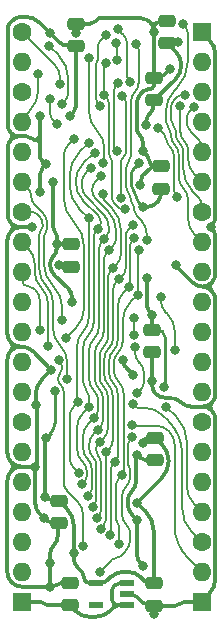
<source format=gbl>
%TF.GenerationSoftware,KiCad,Pcbnew,9.0.7*%
%TF.CreationDate,2026-01-29T17:43:02+02:00*%
%TF.ProjectId,HCP65 Device Interrupts,48435036-3520-4446-9576-69636520496e,V1*%
%TF.SameCoordinates,Original*%
%TF.FileFunction,Copper,L2,Bot*%
%TF.FilePolarity,Positive*%
%FSLAX46Y46*%
G04 Gerber Fmt 4.6, Leading zero omitted, Abs format (unit mm)*
G04 Created by KiCad (PCBNEW 9.0.7) date 2026-01-29 17:43:02*
%MOMM*%
%LPD*%
G01*
G04 APERTURE LIST*
G04 Aperture macros list*
%AMRoundRect*
0 Rectangle with rounded corners*
0 $1 Rounding radius*
0 $2 $3 $4 $5 $6 $7 $8 $9 X,Y pos of 4 corners*
0 Add a 4 corners polygon primitive as box body*
4,1,4,$2,$3,$4,$5,$6,$7,$8,$9,$2,$3,0*
0 Add four circle primitives for the rounded corners*
1,1,$1+$1,$2,$3*
1,1,$1+$1,$4,$5*
1,1,$1+$1,$6,$7*
1,1,$1+$1,$8,$9*
0 Add four rect primitives between the rounded corners*
20,1,$1+$1,$2,$3,$4,$5,0*
20,1,$1+$1,$4,$5,$6,$7,0*
20,1,$1+$1,$6,$7,$8,$9,0*
20,1,$1+$1,$8,$9,$2,$3,0*%
G04 Aperture macros list end*
%TA.AperFunction,ComponentPad*%
%ADD10C,1.600000*%
%TD*%
%TA.AperFunction,ComponentPad*%
%ADD11O,1.600000X1.600000*%
%TD*%
%TA.AperFunction,ComponentPad*%
%ADD12RoundRect,0.250000X-0.550000X-0.550000X0.550000X-0.550000X0.550000X0.550000X-0.550000X0.550000X0*%
%TD*%
%TA.AperFunction,ComponentPad*%
%ADD13R,1.600000X1.600000*%
%TD*%
%TA.AperFunction,SMDPad,CuDef*%
%ADD14R,1.150000X0.600000*%
%TD*%
%TA.AperFunction,SMDPad,CuDef*%
%ADD15RoundRect,0.250000X-0.475000X0.250000X-0.475000X-0.250000X0.475000X-0.250000X0.475000X0.250000X0*%
%TD*%
%TA.AperFunction,SMDPad,CuDef*%
%ADD16RoundRect,0.250000X0.475000X-0.250000X0.475000X0.250000X-0.475000X0.250000X-0.475000X-0.250000X0*%
%TD*%
%TA.AperFunction,ViaPad*%
%ADD17C,0.800000*%
%TD*%
%TA.AperFunction,Conductor*%
%ADD18C,0.380000*%
%TD*%
%TA.AperFunction,Conductor*%
%ADD19C,0.350000*%
%TD*%
%TA.AperFunction,Conductor*%
%ADD20C,0.280000*%
%TD*%
%TA.AperFunction,Conductor*%
%ADD21C,0.200000*%
%TD*%
G04 APERTURE END LIST*
D10*
%TO.P,J2,1*%
%TO.N,~{Interrupt}_{Device}4*%
X0Y0D03*
D11*
%TO.P,J2,2*%
%TO.N,~{Interrupt}_{Device}3*%
X0Y-2540000D03*
D10*
%TO.P,J2,3*%
%TO.N,~{Interrupt}_{Device}2*%
X0Y-5080000D03*
D11*
%TO.P,J2,4*%
%TO.N,~{Interrupt}_{Device}1*%
X0Y-7620000D03*
%TO.P,J2,5*%
%TO.N,3.3V*%
X0Y-10160000D03*
%TO.P,J2,6*%
%TO.N,~{Device Interrupt}_{ 1..7}*%
X0Y-12700000D03*
D10*
%TO.P,J2,7*%
%TO.N,~{Device Interrupt}_{ 16..19}*%
X0Y-15240000D03*
D11*
%TO.P,J2,8*%
%TO.N,~{Device Enable}_{ 1..7}*%
X0Y-17780000D03*
%TO.P,J2,9*%
%TO.N,~{RD}*%
X0Y-20320000D03*
%TO.P,J2,10*%
%TO.N,~{Device Enable}_{ 16..19}*%
X0Y-22860000D03*
%TO.P,J2,11*%
%TO.N,D0*%
X0Y-25400000D03*
%TO.P,J2,12*%
%TO.N,D1*%
X0Y-27940000D03*
%TO.P,J2,13*%
%TO.N,D2*%
X0Y-30480000D03*
D10*
%TO.P,J2,14*%
%TO.N,D3*%
X0Y-33020000D03*
D11*
%TO.P,J2,15*%
%TO.N,D4*%
X0Y-35560000D03*
%TO.P,J2,16*%
%TO.N,D5*%
X0Y-38100000D03*
%TO.P,J2,17*%
%TO.N,D6*%
X0Y-40640000D03*
%TO.P,J2,18*%
%TO.N,D7*%
X0Y-43180000D03*
%TO.P,J2,19*%
%TO.N,~{Enable}_{Device}19*%
X0Y-45720000D03*
D12*
%TO.P,J2,20*%
%TO.N,5V*%
X0Y-48260000D03*
D13*
%TO.P,J2,21*%
%TO.N,GND*%
X15240000Y-48260000D03*
D11*
%TO.P,J2,22*%
%TO.N,~{Enable}_{Device}18*%
X15240000Y-45720000D03*
D10*
%TO.P,J2,23*%
%TO.N,~{Enable}_{Device}17*%
X15240000Y-43180000D03*
D11*
%TO.P,J2,24*%
%TO.N,~{Enable}_{Device}16*%
X15240000Y-40640000D03*
%TO.P,J2,25*%
%TO.N,~{Enable}_{Device}7*%
X15240000Y-38100000D03*
%TO.P,J2,26*%
%TO.N,~{Enable}_{Device}6*%
X15240000Y-35560000D03*
D10*
%TO.P,J2,27*%
%TO.N,~{Enable}_{Device}5*%
X15240000Y-33020000D03*
D11*
%TO.P,J2,28*%
%TO.N,~{Enable}_{Device}4*%
X15240000Y-30480000D03*
%TO.P,J2,29*%
%TO.N,~{Enable}_{Device}3*%
X15240000Y-27940000D03*
%TO.P,J2,30*%
%TO.N,~{Enable}_{Device}2*%
X15240000Y-25400000D03*
%TO.P,J2,31*%
%TO.N,~{Enable}_{Device}1*%
X15240000Y-22860000D03*
%TO.P,J2,32*%
%TO.N,~{Interrupt}_{Device}19*%
X15240000Y-20320000D03*
%TO.P,J2,33*%
%TO.N,~{Interrupt}_{Device}18*%
X15240000Y-17780000D03*
D10*
%TO.P,J2,34*%
%TO.N,~{Interrupt}_{Device}17*%
X15240000Y-15240000D03*
D11*
%TO.P,J2,35*%
%TO.N,~{Interrupt}_{Device}16*%
X15240000Y-12700000D03*
%TO.P,J2,36*%
%TO.N,~{Interrupt}_{Device}7*%
X15240000Y-10160000D03*
%TO.P,J2,37*%
%TO.N,~{Interrupt}_{Device}6*%
X15240000Y-7620000D03*
%TO.P,J2,38*%
%TO.N,~{Interrupt}_{Device}5*%
X15240000Y-5080000D03*
%TO.P,J2,39*%
%TO.N,~{INT}*%
X15240000Y-2540000D03*
D13*
%TO.P,J2,40*%
%TO.N,GND*%
X15240000Y0D03*
%TD*%
D14*
%TO.P,IC11,1,6VIn*%
%TO.N,5V*%
X8920000Y-46675000D03*
%TO.P,IC11,2,GND*%
%TO.N,GND*%
X8920000Y-47625000D03*
%TO.P,IC11,3,EN*%
%TO.N,5V*%
X8920000Y-48575000D03*
%TO.P,IC11,4,ADJ*%
%TO.N,unconnected-(IC11-ADJ-Pad4)*%
X6320000Y-48575000D03*
%TO.P,IC11,5,3.3VOut*%
%TO.N,3.3V*%
X6320000Y-46675000D03*
%TD*%
D15*
%TO.P,C12,1*%
%TO.N,3.3V*%
X4572000Y680000D03*
%TO.P,C12,2*%
%TO.N,GND*%
X4572000Y-1220000D03*
%TD*%
%TO.P,C11,1*%
%TO.N,3.3V*%
X11049000Y-25228000D03*
%TO.P,C11,2*%
%TO.N,GND*%
X11049000Y-27128000D03*
%TD*%
%TO.P,C10,1*%
%TO.N,3.3V*%
X11176000Y-46691000D03*
%TO.P,C10,2*%
%TO.N,GND*%
X11176000Y-48591000D03*
%TD*%
%TO.P,C7,1*%
%TO.N,3.3V*%
X4191000Y-17989000D03*
%TO.P,C7,2*%
%TO.N,GND*%
X4191000Y-19889000D03*
%TD*%
%TO.P,C6,1*%
%TO.N,3.3V*%
X11176000Y-3892000D03*
%TO.P,C6,2*%
%TO.N,GND*%
X11176000Y-5792000D03*
%TD*%
%TO.P,C5,1*%
%TO.N,3.3V*%
X3175000Y-39706000D03*
%TO.P,C5,2*%
%TO.N,GND*%
X3175000Y-41606000D03*
%TD*%
%TO.P,C4,1*%
%TO.N,3.3V*%
X12319000Y934000D03*
%TO.P,C4,2*%
%TO.N,GND*%
X12319000Y-966000D03*
%TD*%
%TO.P,C3,1*%
%TO.N,3.3V*%
X11811000Y-11385000D03*
%TO.P,C3,2*%
%TO.N,GND*%
X11811000Y-13285000D03*
%TD*%
%TO.P,C2,1*%
%TO.N,3.3V*%
X11303000Y-34372000D03*
%TO.P,C2,2*%
%TO.N,GND*%
X11303000Y-36272000D03*
%TD*%
D16*
%TO.P,C9,2*%
%TO.N,GND*%
X4064000Y-46659000D03*
%TO.P,C9,1*%
%TO.N,5V*%
X4064000Y-48559000D03*
%TD*%
D17*
%TO.N,~{Interrupt}_{Device}6*%
X13172609Y-13964266D03*
%TO.N,3.3V*%
X12065002Y-30099000D03*
X4262211Y-22860000D03*
X11049000Y-24003000D03*
X2089233Y-34390067D03*
X2667000Y-12744000D03*
X4417000Y-44183000D03*
X4572000Y-120000D03*
X2022340Y-39379660D03*
X10262143Y-34833999D03*
X10040769Y-12972282D03*
X10257508Y-10130497D03*
X12573000Y-3175000D03*
X10650318Y-20818424D03*
X2966000Y-17989000D03*
X11176000Y0D03*
X2809671Y-30448701D03*
X9779000Y-39878000D03*
%TO.N,GND*%
X11069382Y-29603512D03*
X2413000Y-45008000D03*
X11176000Y-49275994D03*
X4138074Y-7116017D03*
X1524000Y-7112006D03*
X9451550Y-29059232D03*
X13275502Y-839000D03*
X10287004Y-45212000D03*
X2412996Y-127000D03*
X9779000Y-41334000D03*
X8596623Y-27792836D03*
X2528000Y-28631045D03*
X10287000Y-14816000D03*
X3195965Y-19746726D03*
X1578117Y-13613120D03*
X2032000Y-11244000D03*
X9786000Y-35854041D03*
X2413022Y-46990006D03*
X10526219Y-7910217D03*
X1139997Y-36826997D03*
X13068642Y-19758642D03*
X16001996Y-16509996D03*
X1865622Y-41162839D03*
X9974000Y-11099000D03*
X1181468Y-31585171D03*
X889000Y-16510000D03*
%TO.N,D0*%
X5698808Y-15805075D03*
X5715000Y-9398002D03*
X4835259Y-37373308D03*
X4790521Y-31359410D03*
%TO.N,D2*%
X7000642Y-17554976D03*
X5598644Y-39308367D03*
X5889108Y-11508362D03*
X6124672Y-32708378D03*
%TO.N,~{Interrupt}_{Device}7*%
X14605000Y-6350000D03*
%TO.N,D7*%
X9932000Y-18454000D03*
X8477105Y-37505762D03*
X8242067Y-43356066D03*
X9849824Y-22280844D03*
%TO.N,D3*%
X6436261Y-33741261D03*
X7388794Y-18504000D03*
X6731000Y-12215603D03*
X6005506Y-40221860D03*
%TO.N,D5*%
X9398000Y-16383000D03*
X7188971Y-35552004D03*
X6686531Y-42099912D03*
X8267000Y-20955000D03*
%TO.N,D4*%
X6390971Y-41144585D03*
X6631044Y-34722110D03*
X7747000Y-19984012D03*
X6870000Y-13716000D03*
%TO.N,~{Interrupt}_{Device}19*%
X9652000Y-1012213D03*
X10577998Y-17653000D03*
%TO.N,D6*%
X7517613Y-42656066D03*
X9074687Y-21649047D03*
X7880993Y-36449000D03*
X9532000Y-17466332D03*
%TO.N,~{Interrupt}_{Device}18*%
X13643818Y644548D03*
%TO.N,~{Interrupt}_{Device}4*%
X8382000Y-14097000D03*
X3236980Y-4430000D03*
X8509000Y-5461000D03*
%TO.N,~{Interrupt}_{Device}3*%
X5711591Y-2250693D03*
X6870000Y-11133722D03*
%TO.N,~{Interrupt}_{Device}1*%
X1397000Y-3556000D03*
%TO.N,~{Interrupt}_{Device}2*%
X8174244Y-4340000D03*
X8109000Y-10130497D03*
%TO.N,~{Interrupt}_{Device}5*%
X7132049Y-2676168D03*
X6985000Y-5334000D03*
X8775000Y-15043515D03*
%TO.N,D1*%
X5112549Y-38341830D03*
X5682533Y-31811429D03*
X6223002Y-10286996D03*
X6430500Y-16717500D03*
%TO.N,/~{Read Device Interrupt}_{ 16..19}*%
X12954000Y-26924000D03*
X11822436Y-22429780D03*
%TO.N,~{Interrupt}_{Device}6*%
X2413000Y-5715000D03*
X2999094Y-7855000D03*
X11521874Y-8128000D03*
%TO.N,~{Interrupt}_{Device}17*%
X13839997Y-5334000D03*
%TO.N,~{Interrupt}_{Device}16*%
X13445831Y-6283831D03*
%TO.N,~{RD}*%
X1524000Y-25273000D03*
%TO.N,~{Device Enable}_{ 16..19}*%
X9510082Y-25689122D03*
X9524988Y-24270000D03*
%TO.N,~{Device Enable}_{ 1..7}*%
X2249228Y-26579772D03*
%TO.N,~{Device Interrupt}_{ 16..19}*%
X3873711Y-29445000D03*
%TO.N,~{Enable}_{Device}17*%
X9398097Y-31567000D03*
%TO.N,/~{Read Device Enable}_{ 16..19}*%
X9796033Y-30595325D03*
X9596667Y-26685369D03*
%TO.N,~{Enable}_{Device}18*%
X9386000Y-33274181D03*
%TO.N,~{Enable}_{Device}19*%
X9386000Y-34295637D03*
X6604000Y-45733000D03*
%TO.N,~{Enable}_{Device}16*%
X12246635Y-31770724D03*
%TO.N,/~{Read Device Interrupt}_{ 1..7}*%
X4414000Y-9113000D03*
X3766871Y-25951129D03*
%TO.N,/~{Read Device Enable}_{ 1..7}*%
X5207004Y-43561000D03*
X3129830Y-27827057D03*
%TO.N,Net-(IC2-2Y)*%
X2337636Y-1218364D03*
X3429000Y-6096000D03*
%TO.N,Net-(IC2-3Y)*%
X6672297Y-6336359D03*
X7112000Y-254000D03*
%TO.N,Net-(IC2-1Y)*%
X9200246Y-4238761D03*
X8135169Y246831D03*
%TO.N,~{INT}*%
X8096587Y-2412213D03*
X8001000Y-948000D03*
%TO.N,~{Device Interrupt}_{ 1..7}*%
X3429000Y-24384000D03*
%TD*%
D18*
%TO.N,5V*%
X4549500Y-49044500D02*
G75*
G03*
X5721600Y-49530000I1172100J1172100D01*
G01*
X7620000Y-47986048D02*
G75*
G03*
X7792499Y-48402501I588950J-2D01*
G01*
D19*
X1882500Y-48409500D02*
G75*
G03*
X2243424Y-48558990I360900J360900D01*
G01*
D18*
X7792500Y-48747500D02*
G75*
G03*
X7792500Y-48402500I-172500J172500D01*
G01*
X8208951Y-48575000D02*
G75*
G03*
X7792485Y-48747485I-51J-588900D01*
G01*
X7792500Y-48402500D02*
G75*
G03*
X8208951Y-48575020I416500J416500D01*
G01*
D19*
X1882500Y-48409500D02*
G75*
G03*
X1521575Y-48260002I-360920J-360920D01*
G01*
D18*
X8360551Y-46675000D02*
G75*
G03*
X7836887Y-46891887I-51J-740500D01*
G01*
X7836902Y-46891902D02*
G75*
G03*
X7620021Y-47415551I523598J-523598D01*
G01*
X4549500Y-49044500D02*
G75*
G03*
X3377399Y-48559000I-1172100J-1172100D01*
G01*
X7487500Y-49052500D02*
G75*
G02*
X6334713Y-49530005I-1152800J1152800D01*
G01*
D19*
%TO.N,GND*%
X16415000Y-46254149D02*
G75*
G02*
X15827502Y-47672502I-2005860J-1D01*
G01*
X9332823Y-38927176D02*
G75*
G03*
X8984019Y-39769310I842177J-842124D01*
G01*
X16415000Y-15804954D02*
G75*
G02*
X16208483Y-16303479I-705100J54D01*
G01*
X16415000Y-30665987D02*
G75*
G02*
X16097504Y-31432504I-1084000J-13D01*
G01*
X2087202Y-41384419D02*
G75*
G03*
X2622145Y-41606001I534948J534949D01*
G01*
X-880900Y-26992100D02*
G75*
G03*
X-880900Y-26347900I-322097J322100D01*
G01*
X-103281Y-26670000D02*
G75*
G03*
X-880900Y-26992100I0J-1099721D01*
G01*
X-880900Y-26347900D02*
G75*
G03*
X-103281Y-26670000I777624J777632D01*
G01*
X-864807Y-16866807D02*
G75*
G03*
X-864807Y-16246423I-310192J310192D01*
G01*
X-115936Y-16556615D02*
G75*
G03*
X-864807Y-16866807I-1J-1059062D01*
G01*
X-864807Y-16246422D02*
G75*
G03*
X-115936Y-16556615I748873J748875D01*
G01*
X1206500Y-9144000D02*
G75*
G03*
X1524000Y-8826500I0J317500D01*
G01*
X1524000Y-9461500D02*
G75*
G03*
X1206500Y-9144000I-317500J0D01*
G01*
X8596623Y-27998570D02*
G75*
G03*
X8742086Y-28349794I496677J-30D01*
G01*
X865692Y-16533307D02*
G75*
G02*
X809423Y-16556620I-56292J56307D01*
G01*
X13068642Y-19784492D02*
G75*
G03*
X13086928Y-19828615I62358J-8D01*
G01*
X11049000Y-29568717D02*
G75*
G03*
X11059199Y-29593313I34800J17D01*
G01*
X9994979Y-36063020D02*
G75*
G03*
X10499500Y-36272000I504521J504520D01*
G01*
X-855500Y-37174497D02*
G75*
G03*
X-1203000Y-38013436I838944J-838941D01*
G01*
X2996371Y-46837628D02*
G75*
G02*
X2628514Y-46990018I-367871J367828D01*
G01*
X3129112Y-843112D02*
G75*
G03*
X4039000Y-1219993I909888J909912D01*
G01*
X11176000Y-6198000D02*
G75*
G02*
X10888921Y-6891092I-980200J0D01*
G01*
X9681647Y-38085042D02*
G75*
G02*
X9332824Y-38927177I-1190967J2D01*
G01*
X748675Y-9003675D02*
G75*
G03*
X409900Y-8863350I-338775J-338775D01*
G01*
X1524000Y-10376789D02*
G75*
G03*
X1778000Y-10990000I867210J-1D01*
G01*
X14530206Y-21271907D02*
G75*
G03*
X15298149Y-21590046I767994J767907D01*
G01*
X13525000Y-2844363D02*
G75*
G02*
X13049568Y-3992160I-1623240J3D01*
G01*
X-878807Y-16880807D02*
G75*
G03*
X-1203000Y-17663477I782680J-782675D01*
G01*
X8984000Y-39976850D02*
G75*
G03*
X9381502Y-40936498I1357140J0D01*
G01*
D20*
X9622500Y-11450500D02*
G75*
G03*
X9270998Y-12299096I848600J-848600D01*
G01*
D19*
X1175000Y-39983873D02*
G75*
G03*
X1520312Y-40817527I1178970J3D01*
G01*
X-855500Y-37174497D02*
G75*
G03*
X-855500Y-36479497I-347497J347500D01*
G01*
X-16560Y-36826997D02*
G75*
G03*
X-855500Y-37174497I-1J-1186438D01*
G01*
X-855500Y-36479497D02*
G75*
G03*
X-16560Y-36826997I838943J838949D01*
G01*
X1531734Y754261D02*
G75*
G03*
X286631Y1269998I-1245104J-1245111D01*
G01*
X964969Y-27068014D02*
G75*
G03*
X4077Y-26670000I-960889J-960886D01*
G01*
X-1175000Y-7896017D02*
G75*
G03*
X-891675Y-8580025I967339J2D01*
G01*
X3267102Y-19817863D02*
G75*
G03*
X3438841Y-19888964I171698J171763D01*
G01*
X-844847Y-46631853D02*
G75*
G03*
X19809Y-46990006I864657J864657D01*
G01*
X15330987Y-31750000D02*
G75*
G03*
X16097504Y-31432504I13J1084000D01*
G01*
X16097500Y-32067500D02*
G75*
G03*
X15330987Y-31750005I-766500J-766500D01*
G01*
X16097500Y-31432500D02*
G75*
G03*
X16097500Y-32067500I317500J-317500D01*
G01*
X2413011Y-45008011D02*
X2413010Y-45008012D01*
X2413009Y-45008013D01*
X2413008Y-45008013D01*
X-1203000Y-25570281D02*
G75*
G03*
X-880900Y-26347900I1099732J5D01*
G01*
X16081500Y-21923500D02*
G75*
G02*
X16414983Y-22728640I-805100J-805100D01*
G01*
X4572000Y-1753000D02*
G75*
G03*
X4039000Y-1220000I-533000J0D01*
G01*
X2730502Y-43497498D02*
G75*
G03*
X2413005Y-44264015I766498J-766502D01*
G01*
X-1175000Y-15497551D02*
G75*
G03*
X-864807Y-16246422I1059068J2D01*
G01*
X11176000Y-48933497D02*
G75*
G03*
X10833500Y-48591000I-342500J-3D01*
G01*
X1222850Y-31626553D02*
G75*
G02*
X1264249Y-31726459I-99950J-99947D01*
G01*
X-1157242Y402731D02*
G75*
G03*
X-1170544Y330144I593756J-146322D01*
G01*
X15827500Y-587499D02*
G75*
G02*
X16415021Y-2005850I-1418400J-1418401D01*
G01*
X9779000Y-44344782D02*
G75*
G03*
X10032997Y-44958003I867200J-18D01*
G01*
D20*
X9694984Y-13948500D02*
G75*
G03*
X9889772Y-14418788I665116J0D01*
G01*
D19*
X748675Y-9003675D02*
G75*
G03*
X1087449Y-9144000I338775J338775D01*
G01*
X4572000Y-6375258D02*
G75*
G02*
X4355038Y-6899055I-740760J-2D01*
G01*
X9738899Y-47838899D02*
G75*
G03*
X9222500Y-47625000I-516399J-516401D01*
G01*
X16208498Y-16716498D02*
G75*
G02*
X16414985Y-17215037I-498498J-498502D01*
G01*
X-1170544Y330144D02*
G75*
G03*
X-1175000Y256482I607172J-73695D01*
G01*
X1264233Y-36614912D02*
G75*
G02*
X1202119Y-36764883I-212133J12D01*
G01*
D20*
X9500187Y-13478219D02*
G75*
G02*
X9694982Y-13948500I-470287J-470281D01*
G01*
D19*
X27166Y1270000D02*
G75*
G03*
X-775004Y937731I4J-1134450D01*
G01*
X13465862Y-31372862D02*
G75*
G03*
X14376353Y-31750041I910538J910462D01*
G01*
X-891675Y-9146675D02*
G75*
G03*
X-1175000Y-9830682I684009J-684008D01*
G01*
X-1020382Y692351D02*
G75*
G03*
X-1136681Y486150I311698J-311698D01*
G01*
X13398500Y-48450500D02*
G75*
G02*
X12938592Y-48640997I-459900J459900D01*
G01*
X-891675Y-9146675D02*
G75*
G03*
X-891675Y-8580025I-283322J283325D01*
G01*
X-207667Y-8863350D02*
G75*
G03*
X-891675Y-9146675I-3J-967328D01*
G01*
X-891675Y-8580025D02*
G75*
G03*
X-207667Y-8863350I684010J684014D01*
G01*
X13465862Y-31372862D02*
G75*
G03*
X12555370Y-30995729I-910462J-910438D01*
G01*
X15298149Y-21590000D02*
G75*
G03*
X16066060Y-21271875I-49J1086000D01*
G01*
X16066092Y-21908092D02*
G75*
G03*
X15298149Y-21589955I-767992J-767908D01*
G01*
X16066092Y-21271907D02*
G75*
G03*
X16066091Y-21908092I318108J-318093D01*
G01*
X10758304Y-7021695D02*
G75*
G03*
X10526215Y-7581999I560296J-560305D01*
G01*
X9733823Y-35906217D02*
G75*
G03*
X9681637Y-36032182I125977J-125983D01*
G01*
X11811000Y-13691000D02*
G75*
G02*
X11523921Y-14384092I-980200J0D01*
G01*
X16415000Y-20451359D02*
G75*
G02*
X16081500Y-21256500I-1138640J-1D01*
G01*
X11069382Y-29988447D02*
G75*
G03*
X11341572Y-30645572I929308J-3D01*
G01*
X16097500Y-32067500D02*
G75*
G02*
X16414995Y-32834012I-766500J-766500D01*
G01*
X11380553Y-30684553D02*
G75*
G03*
X12131786Y-30995728I751247J751253D01*
G01*
D20*
X9271000Y-12949230D02*
G75*
G03*
X9483004Y-13461012I723800J30D01*
G01*
D19*
X3409052Y-46659000D02*
G75*
G03*
X3009499Y-46824499I-2J-565050D01*
G01*
X11376610Y-14531389D02*
G75*
G02*
X10689500Y-14816005I-687110J687089D01*
G01*
X1749838Y-29409206D02*
G75*
G03*
X1181468Y-30781374I1372162J-1372164D01*
G01*
X13049567Y-1696567D02*
G75*
G02*
X13525034Y-2844363I-1147767J-1147833D01*
G01*
X-1203000Y-45767196D02*
G75*
G03*
X-844847Y-46631853I1222810J0D01*
G01*
X10248815Y-48348815D02*
G75*
G03*
X10833500Y-48590991I584685J584715D01*
G01*
X1157498Y-36844498D02*
G75*
G02*
X1175021Y-36886750I-42298J-42302D01*
G01*
X-1203000Y-35640557D02*
G75*
G03*
X-855500Y-36479497I1186449J3D01*
G01*
X-880900Y-26992100D02*
G75*
G03*
X-1203000Y-27769718I777628J-777622D01*
G01*
X13858407Y-48260000D02*
G75*
G03*
X13398498Y-48450498I-7J-650400D01*
G01*
X3048004Y-42730980D02*
G75*
G02*
X2730500Y-43497496I-1084034J10D01*
G01*
X1805058Y-11470941D02*
G75*
G03*
X1578113Y-12018826I547882J-547889D01*
G01*
X1524000Y-8826500D02*
X1524000Y-9461500D01*
%TO.N,3.3V*%
X3988703Y-21812896D02*
G75*
G02*
X4262210Y-22473202I-660303J-660304D01*
G01*
D18*
X5100914Y-45725414D02*
G75*
G02*
X5286041Y-46172250I-446814J-446886D01*
G01*
X8676286Y-45720000D02*
G75*
G03*
X7523504Y-46197504I14J-1630300D01*
G01*
D19*
X10731500Y-4882095D02*
G75*
G03*
X10285250Y-5066933I0J-631105D01*
G01*
D18*
X4417000Y-44612250D02*
G75*
G03*
X4720527Y-45345023I1036290J0D01*
G01*
D19*
X10650318Y-23322407D02*
G75*
G03*
X10849665Y-23803653I680582J7D01*
G01*
X11049000Y-24869500D02*
G75*
G03*
X11407500Y-25228000I358500J0D01*
G01*
D20*
X11940000Y-25402000D02*
G75*
G02*
X12114011Y-25822073I-420100J-420100D01*
G01*
D18*
X10105500Y-46205500D02*
G75*
G03*
X8933399Y-45720000I-1172100J-1172100D01*
G01*
X10865978Y818020D02*
G75*
G03*
X10117522Y1128067I-748478J-748420D01*
G01*
D19*
X11516000Y-3892000D02*
G75*
G03*
X11176000Y-4232000I0J-340000D01*
G01*
X11176000Y-3552000D02*
G75*
G03*
X11516000Y-3892000I340000J0D01*
G01*
D18*
X5286000Y-46263587D02*
G75*
G03*
X5406496Y-46554504I411400J-13D01*
G01*
D20*
X2813537Y-33153602D02*
G75*
G02*
X2451386Y-34027916I-1236477J2D01*
G01*
X2811604Y-30450634D02*
G75*
G02*
X2813526Y-30455300I-4704J-4666D01*
G01*
D19*
X10944499Y-11534499D02*
G75*
G03*
X10944499Y-11235501I-149499J149499D01*
G01*
X11305424Y-11385000D02*
G75*
G03*
X10944493Y-11534493I-24J-510400D01*
G01*
X10944500Y-11235500D02*
G75*
G03*
X11305424Y-11384990I360900J360900D01*
G01*
X11084452Y-4790547D02*
G75*
G02*
X10863437Y-4882111I-221052J221047D01*
G01*
X12096416Y-3651583D02*
G75*
G02*
X11516000Y-3892009I-580416J580383D01*
G01*
X10004363Y-8766925D02*
G75*
G02*
X10257523Y-9378070I-611163J-611175D01*
G01*
X2689499Y-19027499D02*
G75*
G03*
X2413011Y-19695030I667501J-667501D01*
G01*
X2667000Y-16552575D02*
G75*
G03*
X2816499Y-16913501I510420J-5D01*
G01*
X2413000Y-19770596D02*
G75*
G03*
X2742932Y-20567127I1126460J-4D01*
G01*
X10110657Y-5241533D02*
G75*
G03*
X9751209Y-6109293I867743J-867767D01*
G01*
D20*
X11940000Y-25402000D02*
G75*
G03*
X11519926Y-25227989I-420100J-420100D01*
G01*
D19*
X2055786Y-34423513D02*
G75*
G03*
X2022302Y-34504260I80714J-80787D01*
G01*
X12446000Y-36363000D02*
G75*
G02*
X11846383Y-37810636I-2047300J0D01*
G01*
D18*
X10384171Y-46484171D02*
G75*
G03*
X10883500Y-46690988I499329J499371D01*
G01*
X11176000Y254000D02*
G75*
G03*
X10996392Y687603I-613200J0D01*
G01*
X11355605Y687605D02*
G75*
G03*
X11175997Y254000I433595J-433605D01*
G01*
X10996394Y687605D02*
G75*
G03*
X11355605Y687604I179606J179606D01*
G01*
X11903227Y934000D02*
G75*
G03*
X11388992Y721008I-27J-727200D01*
G01*
D19*
X10313811Y-34636187D02*
G75*
G03*
X10262175Y-34760928I124789J-124713D01*
G01*
D18*
X7302679Y-46418320D02*
G75*
G02*
X6683000Y-46674987I-619679J619720D01*
G01*
D20*
X12114000Y-30015355D02*
G75*
G02*
X12089485Y-30074485I-83700J55D01*
G01*
D19*
X2816500Y-16913500D02*
G75*
G02*
X2965990Y-17274424I-360900J-360900D01*
G01*
X10229584Y-12249415D02*
G75*
G03*
X10040730Y-12705256I455816J-455885D01*
G01*
X10647210Y-10520199D02*
G75*
G02*
X10794999Y-10876994I-356810J-356801D01*
G01*
X4972000Y680000D02*
G75*
G03*
X4572000Y280000I0J-400000D01*
G01*
X2966000Y-18370000D02*
G75*
G02*
X2696589Y-19020404I-919800J0D01*
G01*
X9751219Y-8155780D02*
G75*
G03*
X10004355Y-8766933I864281J-20D01*
G01*
X6281084Y875915D02*
G75*
G02*
X5808102Y679999I-472984J472985D01*
G01*
D20*
X2185510Y-39542830D02*
G75*
G03*
X2579437Y-39706001I393930J393930D01*
G01*
D18*
X3796000Y-40327000D02*
G75*
G02*
X4417001Y-41826226I-1499230J-1499230D01*
G01*
D19*
X10477500Y-40576500D02*
G75*
G02*
X11175988Y-42262828I-1686300J-1686300D01*
G01*
X10801344Y-34372000D02*
G75*
G03*
X10420050Y-34529907I-44J-539200D01*
G01*
D18*
X5406500Y-46554500D02*
G75*
G03*
X5697412Y-46674995I290900J290900D01*
G01*
D19*
X10795000Y-10876994D02*
G75*
G03*
X10942783Y-11233795I504600J-6D01*
G01*
X11176000Y-4569532D02*
G75*
G02*
X11084444Y-4790539I-312600J32D01*
G01*
D18*
X6572958Y1128042D02*
G75*
G03*
X6505129Y1099912I42J-95942D01*
G01*
D19*
X11874500Y-34943500D02*
G75*
G02*
X12445990Y-36323223I-1379700J-1379700D01*
G01*
D18*
X6505105Y1099936D02*
X6448894Y1043725D01*
D19*
X11176000Y-4232000D02*
X11176000Y-3552000D01*
D21*
%TO.N,~{INT}*%
X8048793Y-995793D02*
G75*
G02*
X8096600Y-1111177I-115393J-115407D01*
G01*
%TO.N,Net-(IC2-1Y)*%
X8952000Y-3814978D02*
G75*
G03*
X9076109Y-4114652I423800J-22D01*
G01*
X8543584Y-161584D02*
G75*
G02*
X8952015Y-1147586I-985984J-986016D01*
G01*
%TO.N,Net-(IC2-3Y)*%
X6355042Y-2588925D02*
G75*
G03*
X6266281Y-2803237I214258J-214275D01*
G01*
X6777906Y-588093D02*
G75*
G03*
X6443795Y-1394666I806594J-806607D01*
G01*
X6266271Y-5643229D02*
G75*
G03*
X6469284Y-6133346I693129J-1D01*
G01*
X6443813Y-2374612D02*
G75*
G02*
X6355042Y-2588925I-303113J12D01*
G01*
%TO.N,Net-(IC2-2Y)*%
X3937000Y-5228789D02*
G75*
G02*
X3683002Y-5842002I-867220J-1D01*
G01*
X3137318Y-2018046D02*
G75*
G02*
X3936999Y-3948649I-1930608J-1930604D01*
G01*
%TO.N,/~{Read Device Enable}_{ 1..7}*%
X4197550Y-39218806D02*
G75*
G02*
X4199975Y-39224719I-5950J-5894D01*
G01*
X3302000Y-29880369D02*
G75*
G02*
X3556018Y-30493579I-613200J-613231D01*
G01*
X4200000Y-39224719D02*
G75*
G03*
X4202451Y-39230630I8400J19D01*
G01*
X3048000Y-29399037D02*
G75*
G03*
X3208747Y-29787116I548820J-3D01*
G01*
X3208747Y-29010958D02*
G75*
G03*
X3048018Y-29399037I388053J-388042D01*
G01*
X3279415Y-27976642D02*
G75*
G02*
X3429024Y-28337772I-361115J-361158D01*
G01*
X3429000Y-28521298D02*
G75*
G02*
X3238499Y-28981205I-650400J-2D01*
G01*
X3556000Y-38121879D02*
G75*
G03*
X3877999Y-38899257I1099380J-1D01*
G01*
X4703502Y-39731685D02*
G75*
G02*
X5207006Y-40947246I-1215562J-1215565D01*
G01*
%TO.N,/~{Read Device Interrupt}_{ 1..7}*%
X5296000Y-23340742D02*
G75*
G02*
X4531435Y-25186564I-2610390J2D01*
G01*
X3556000Y-14009634D02*
G75*
G03*
X4425998Y-16110002I2970360J-6D01*
G01*
X3985000Y-9542000D02*
G75*
G03*
X3555999Y-10577697I1035700J-1035700D01*
G01*
X4426000Y-16110000D02*
G75*
G02*
X5296002Y-18210365I-2100370J-2100370D01*
G01*
%TO.N,~{Enable}_{Device}16*%
X13117817Y-32641906D02*
G75*
G02*
X13988982Y-34745127I-2103217J-2103194D01*
G01*
X13989000Y-38504409D02*
G75*
G03*
X14614503Y-40014497I2135600J9D01*
G01*
%TO.N,~{Enable}_{Device}19*%
X9106552Y-36841906D02*
G75*
G02*
X9177073Y-37012235I-170352J-170294D01*
G01*
X9036000Y-36671577D02*
G75*
G03*
X9106537Y-36841921I240900J-23D01*
G01*
X8007500Y-44556666D02*
G75*
G03*
X7619702Y-44717295I0J-548434D01*
G01*
X8509000Y-40907025D02*
G75*
G03*
X8859002Y-41751998I1194980J5D01*
G01*
X9209000Y-42893373D02*
G75*
G02*
X8721831Y-44069497I-1663290J3D01*
G01*
X8843052Y-38527947D02*
G75*
G03*
X8509007Y-39334421I806448J-806453D01*
G01*
X9211000Y-34470637D02*
G75*
G03*
X9036021Y-34893124I422500J-422463D01*
G01*
X8859000Y-41752000D02*
G75*
G02*
X9209010Y-42596974I-845000J-845000D01*
G01*
X9177105Y-37721473D02*
G75*
G02*
X8843053Y-38527948I-1140535J3D01*
G01*
X8395296Y-44396035D02*
G75*
G02*
X8007500Y-44556654I-387796J387835D01*
G01*
%TO.N,~{Enable}_{Device}18*%
X12485248Y-33821248D02*
G75*
G03*
X11353582Y-33352505I-1131648J-1131652D01*
G01*
X12485248Y-33821248D02*
G75*
G02*
X12953995Y-34952914I-1131648J-1131652D01*
G01*
X12954000Y-41817553D02*
G75*
G03*
X14097001Y-44576999I3902450J3D01*
G01*
X9425158Y-33313339D02*
G75*
G03*
X9519693Y-33352500I94542J94539D01*
G01*
%TO.N,/~{Read Device Enable}_{ 16..19}*%
X10369382Y-29616557D02*
G75*
G02*
X10082705Y-30308648I-978772J7D01*
G01*
X9983024Y-28017024D02*
G75*
G02*
X10369408Y-28949774I-932724J-932776D01*
G01*
X9596667Y-27158018D02*
G75*
G03*
X9930898Y-27964862I1141033J18D01*
G01*
%TO.N,~{Enable}_{Device}17*%
X11901420Y-32446577D02*
G75*
G03*
X10515467Y-31872511I-1385920J-1385923D01*
G01*
X13589000Y-40361566D02*
G75*
G03*
X14414499Y-42354501I2818430J-4D01*
G01*
X9550845Y-31719748D02*
G75*
G03*
X9919613Y-31872493I368755J368748D01*
G01*
X12458170Y-33003327D02*
G75*
G02*
X13589004Y-35733392I-2730070J-2730073D01*
G01*
%TO.N,~{Device Interrupt}_{ 16..19}*%
X3261469Y-26565758D02*
G75*
G02*
X3873711Y-28043840I-1478079J-1478082D01*
G01*
X1454685Y-15563315D02*
G75*
G03*
X674133Y-15240003I-780545J-780545D01*
G01*
X1639000Y-16820661D02*
G75*
G03*
X1500033Y-17156236I335600J-335539D01*
G01*
X2649228Y-25087676D02*
G75*
G03*
X3261468Y-26565759I2090322J-4D01*
G01*
X1778000Y-16485085D02*
G75*
G02*
X1638998Y-16820659I-474580J5D01*
G01*
X1496914Y-15605544D02*
G75*
G02*
X1777998Y-16284145I-678594J-678596D01*
G01*
X2074614Y-21505614D02*
G75*
G02*
X2649231Y-22892854I-1387244J-1387246D01*
G01*
X1500000Y-20118373D02*
G75*
G03*
X2074617Y-21505611I1961850J3D01*
G01*
%TO.N,~{Device Enable}_{ 1..7}*%
X1674614Y-21671300D02*
G75*
G02*
X2249226Y-23058540I-1387244J-1387240D01*
G01*
X550000Y-18330000D02*
G75*
G02*
X1100000Y-19657817I-1327821J-1327819D01*
G01*
X1100000Y-20284059D02*
G75*
G03*
X1674615Y-21671299I1961850J-1D01*
G01*
%TO.N,~{Device Enable}_{ 16..19}*%
X9524988Y-25663675D02*
G75*
G02*
X9517556Y-25681690I-25488J-25D01*
G01*
%TO.N,~{Device Interrupt}_{ 1..7}*%
X2690184Y-21555498D02*
G75*
G02*
X3429000Y-23339157I-1783664J-1783662D01*
G01*
X1900000Y-19684147D02*
G75*
G03*
X2664498Y-21529816I2610170J-3D01*
G01*
X799999Y-13921471D02*
G75*
G03*
X1098025Y-14640967I1017521J1D01*
G01*
X2039000Y-16986346D02*
G75*
G03*
X1900022Y-17321921I335600J-335554D01*
G01*
X501973Y-13201973D02*
G75*
G02*
X799999Y-13921471I-719502J-719500D01*
G01*
X1779756Y-15322700D02*
G75*
G02*
X2178003Y-16284145I-961446J-961450D01*
G01*
X2178000Y-16650771D02*
G75*
G02*
X2038999Y-16986345I-474570J1D01*
G01*
%TO.N,~{RD}*%
X201394Y-21410394D02*
G75*
G03*
X635000Y-21589997I433606J433614D01*
G01*
X0Y-20939592D02*
G75*
G03*
X190500Y-21399500I650407J-1D01*
G01*
X1206500Y-21907500D02*
G75*
G02*
X1523999Y-22674012I-766510J-766510D01*
G01*
X1068605Y-21769605D02*
G75*
G03*
X635000Y-21589997I-433605J-433595D01*
G01*
%TO.N,~{Interrupt}_{Device}16*%
X14097000Y-10748776D02*
G75*
G03*
X14668497Y-12128503I1951230J-4D01*
G01*
X13445831Y-8471070D02*
G75*
G03*
X13771410Y-9257106I1111569J-30D01*
G01*
X13771415Y-9257101D02*
G75*
G02*
X14096982Y-10043132I-786015J-785999D01*
G01*
%TO.N,~{Interrupt}_{Device}17*%
X13587498Y-5334000D02*
G75*
G03*
X13156454Y-5512541I2J-609600D01*
G01*
X12985000Y-5684000D02*
G75*
G03*
X12634990Y-6528974I845000J-845000D01*
G01*
X14891974Y-13907609D02*
G75*
G02*
X15239997Y-14747817I-840174J-840191D01*
G01*
X12635000Y-7411503D02*
G75*
G03*
X12840424Y-7907411I701300J3D01*
G01*
X13045831Y-8636756D02*
G75*
G03*
X13371415Y-9422787I1111609J-4D01*
G01*
X13697000Y-11621569D02*
G75*
G03*
X14468501Y-13484134I2634060J-1D01*
G01*
X13371415Y-9422787D02*
G75*
G02*
X13696992Y-10208818I-786015J-786013D01*
G01*
X12840415Y-7907420D02*
G75*
G02*
X13045805Y-8403337I-495915J-495880D01*
G01*
%TO.N,~{Interrupt}_{Device}6*%
X12245831Y-9140266D02*
G75*
G03*
X12449673Y-9632463I696069J-34D01*
G01*
X12041965Y-8648091D02*
G75*
G02*
X12245858Y-9140266I-492165J-492209D01*
G01*
X2413000Y-6854474D02*
G75*
G03*
X2706046Y-7561954I1000520J-6D01*
G01*
X12571415Y-9754159D02*
G75*
G02*
X12897011Y-10540190I-786015J-786041D01*
G01*
X12897000Y-13493772D02*
G75*
G03*
X13034789Y-13826476I470500J-28D01*
G01*
%TO.N,/~{Read Device Interrupt}_{ 16..19}*%
X11822436Y-22904608D02*
G75*
G03*
X12158188Y-23715192I1146364J8D01*
G01*
X12388218Y-23945218D02*
G75*
G02*
X12953974Y-25311136I-1365918J-1365882D01*
G01*
%TO.N,D1*%
X6263250Y-16884750D02*
G75*
G03*
X6096011Y-17288527I403750J-403750D01*
G01*
X4572000Y-12721027D02*
G75*
G03*
X5226537Y-14301227I2234740J-3D01*
G01*
X5444766Y-30267454D02*
G75*
G02*
X5682538Y-30841473I-574066J-574046D01*
G01*
X6096000Y-24644382D02*
G75*
G02*
X5651499Y-25717499I-1517620J2D01*
G01*
X5651500Y-25717500D02*
G75*
G03*
X5207007Y-26790617I1073100J-1073100D01*
G01*
X5207000Y-29693435D02*
G75*
G03*
X5444765Y-30267455I811780J-5D01*
G01*
X4699000Y-35346433D02*
G75*
G03*
X5119424Y-36361420I1435410J3D01*
G01*
X5539844Y-37612391D02*
G75*
G02*
X5326202Y-38128188I-729444J-9D01*
G01*
X6151687Y-10286996D02*
G75*
G03*
X6029944Y-10337423I13J-172204D01*
G01*
X6514867Y-15589553D02*
G75*
G02*
X6730976Y-16111343I-521767J-521747D01*
G01*
X5139377Y-36381377D02*
G75*
G02*
X5539862Y-37348189I-966777J-966823D01*
G01*
X5226539Y-11140828D02*
G75*
G03*
X4571998Y-12721027I1580201J-1580202D01*
G01*
X6731000Y-16204514D02*
G75*
G02*
X6580746Y-16567246I-513000J14D01*
G01*
X5190766Y-32303195D02*
G75*
G03*
X4699018Y-33490424I1187234J-1187205D01*
G01*
%TO.N,~{Interrupt}_{Device}5*%
X7058524Y-2749692D02*
G75*
G03*
X6984988Y-2927196I177476J-177508D01*
G01*
X8144126Y-14878728D02*
G75*
G03*
X8541956Y-15043546I397874J397828D01*
G01*
X7409000Y-10378351D02*
G75*
G03*
X7514476Y-10633075I360200J-49D01*
G01*
X7197000Y-5546000D02*
G75*
G02*
X7408995Y-6057813I-511800J-511800D01*
G01*
X7620000Y-13867466D02*
G75*
G03*
X7964454Y-14699060I1176050J-4D01*
G01*
X7514500Y-10633051D02*
G75*
G02*
X7620035Y-10887750I-254700J-254749D01*
G01*
%TO.N,~{Interrupt}_{Device}2*%
X7991622Y-4522622D02*
G75*
G03*
X7809004Y-4963510I440878J-440878D01*
G01*
X7809000Y-10069899D02*
G75*
G03*
X7826747Y-10112749I60600J-1D01*
G01*
X7826748Y-10112748D02*
G75*
G03*
X7869597Y-10130499I42852J42848D01*
G01*
%TO.N,~{Interrupt}_{Device}1*%
X1397000Y-5007221D02*
G75*
G02*
X698500Y-6693550I-2384842J5D01*
G01*
%TO.N,~{Interrupt}_{Device}3*%
X5711591Y-6769373D02*
G75*
G03*
X6360293Y-8335486I2214809J-7D01*
G01*
X7009000Y-10896434D02*
G75*
G02*
X6939485Y-11064207I-237300J34D01*
G01*
X6360295Y-8335484D02*
G75*
G02*
X7009008Y-9901595I-1566095J-1566116D01*
G01*
%TO.N,~{Interrupt}_{Device}4*%
X8629109Y-10617204D02*
G75*
G03*
X8381989Y-11213779I596591J-596596D01*
G01*
X8876219Y-10020629D02*
G75*
G02*
X8629111Y-10617206I-843689J-1D01*
G01*
X8692609Y-5644609D02*
G75*
G02*
X8876221Y-6087882I-443309J-443291D01*
G01*
X2815183Y-2815183D02*
G75*
G02*
X3236978Y-3833490I-1018313J-1018307D01*
G01*
%TO.N,~{Interrupt}_{Device}18*%
X13697000Y-13278321D02*
G75*
G02*
X14096991Y-14244006I-965700J-965679D01*
G01*
X12645831Y-8802442D02*
G75*
G03*
X12971418Y-9588470I1111609J2D01*
G01*
X12966574Y-4940425D02*
G75*
G03*
X12200979Y-6788686I1848226J-1848275D01*
G01*
X12423415Y-8093787D02*
G75*
G02*
X12645852Y-8630746I-537015J-537013D01*
G01*
X13297000Y-12312635D02*
G75*
G03*
X13696999Y-13278322I1365680J-5D01*
G01*
X12201000Y-7556828D02*
G75*
G03*
X12423424Y-8093778I759400J28D01*
G01*
X14089000Y-2482982D02*
G75*
G02*
X13145001Y-4762001I-3223030J2D01*
G01*
X13866409Y421957D02*
G75*
G02*
X14088974Y-115425I-537409J-537357D01*
G01*
X12971415Y-9588473D02*
G75*
G02*
X13297002Y-10374504I-786015J-786027D01*
G01*
X14097000Y-15828776D02*
G75*
G03*
X14668497Y-17208503I1951230J-4D01*
G01*
%TO.N,D6*%
X8610669Y-22113064D02*
G75*
G03*
X8146651Y-23233301I1120231J-1120236D01*
G01*
X8146652Y-26091991D02*
G75*
G02*
X7775795Y-26987314I-1266152J-9D01*
G01*
X7603070Y-42510181D02*
G75*
G02*
X7560348Y-42613344I-145870J-19D01*
G01*
X9201000Y-21433417D02*
G75*
G02*
X9137829Y-21585876I-215600J17D01*
G01*
X7742031Y-36587961D02*
G75*
G03*
X7603096Y-36923444I335469J-335439D01*
G01*
X7775796Y-26987315D02*
G75*
G03*
X7404962Y-27882639I895304J-895285D01*
G01*
X7404941Y-28887921D02*
G75*
G03*
X7766472Y-29760730I1234339J1D01*
G01*
X7766470Y-29760732D02*
G75*
G02*
X8127982Y-30633542I-872770J-872768D01*
G01*
X9366500Y-17631832D02*
G75*
G03*
X9201003Y-18031384I399600J-399568D01*
G01*
X8128000Y-36027332D02*
G75*
G02*
X8004487Y-36325487I-421700J32D01*
G01*
%TO.N,~{Interrupt}_{Device}19*%
X9525000Y-15069400D02*
G75*
G03*
X9763568Y-15645386I814600J0D01*
G01*
X9588232Y-5092205D02*
G75*
G03*
X9276199Y-5845472I753268J-753295D01*
G01*
X9053609Y-11012390D02*
G75*
G03*
X8831001Y-11549817I537391J-537410D01*
G01*
X8831000Y-13131484D02*
G75*
G03*
X9042981Y-13643289I723800J-16D01*
G01*
X9276219Y-10474963D02*
G75*
G02*
X9053608Y-11012389I-760039J3D01*
G01*
X10156137Y-16037937D02*
G75*
G02*
X10578006Y-17056399I-1018437J-1018463D01*
G01*
X9900246Y-4338938D02*
G75*
G02*
X9588234Y-5092207I-1065286J-2D01*
G01*
X9042992Y-13643278D02*
G75*
G02*
X9255004Y-14155071I-511792J-511822D01*
G01*
X9254984Y-14271053D02*
G75*
G03*
X9389975Y-14597009I460916J-47D01*
G01*
X9776123Y-1136336D02*
G75*
G02*
X9900260Y-1435995I-299623J-299664D01*
G01*
X9389992Y-14596992D02*
G75*
G02*
X9524992Y-14922930I-325892J-325908D01*
G01*
%TO.N,D4*%
X7297695Y-33584065D02*
G75*
G02*
X6964367Y-34388782I-1138045J5D01*
G01*
X6604941Y-29240720D02*
G75*
G03*
X6951319Y-30076950I1182609J0D01*
G01*
X6975796Y-26655944D02*
G75*
G03*
X6604912Y-27551268I895304J-895356D01*
G01*
X8401000Y-18867564D02*
G75*
G02*
X8073998Y-19657010I-1116450J4D01*
G01*
X7546826Y-20184186D02*
G75*
G03*
X7346690Y-20667448I483274J-483214D01*
G01*
X6512427Y-35930369D02*
G75*
G02*
X6739844Y-36479419I-549027J-549031D01*
G01*
X6739851Y-40549009D02*
G75*
G02*
X6565401Y-40970135I-595551J9D01*
G01*
X7635500Y-14935787D02*
G75*
G02*
X8401002Y-16783867I-1848080J-1848083D01*
G01*
X6285003Y-35385548D02*
G75*
G03*
X6509434Y-35927380I766267J-2D01*
G01*
X6870000Y-13943143D02*
G75*
G03*
X7030616Y-14330899I548370J3D01*
G01*
X6458023Y-34895130D02*
G75*
G03*
X6285020Y-35312838I417677J-417670D01*
G01*
X7346652Y-25760620D02*
G75*
G02*
X6975797Y-26655945I-1266182J0D01*
G01*
X6951318Y-30076951D02*
G75*
G02*
X7297713Y-30913181I-836218J-836249D01*
G01*
%TO.N,D5*%
X7697696Y-34683556D02*
G75*
G02*
X7443330Y-35297638I-868446J6D01*
G01*
X8801000Y-20043404D02*
G75*
G02*
X8533999Y-20687999I-911600J4D01*
G01*
X7161724Y-41288706D02*
G75*
G02*
X6924128Y-41862316I-811224J6D01*
G01*
X7746652Y-25926291D02*
G75*
G02*
X7375797Y-26821654I-1266252J-9D01*
G01*
X7175347Y-35565627D02*
G75*
G03*
X7161725Y-35598517I32853J-32873D01*
G01*
X8006826Y-21215174D02*
G75*
G03*
X7746632Y-21843289I628074J-628126D01*
G01*
X9099500Y-16681500D02*
G75*
G03*
X8801018Y-17402142I720600J-720600D01*
G01*
X7375785Y-26821642D02*
G75*
G03*
X7004903Y-27716993I895315J-895358D01*
G01*
X7004919Y-29074998D02*
G75*
G03*
X7351299Y-29911262I1182681J-2D01*
G01*
X7351307Y-29911254D02*
G75*
G02*
X7697674Y-30747510I-836307J-836246D01*
G01*
%TO.N,D3*%
X6272126Y-12674476D02*
G75*
G03*
X5968980Y-13406288I731774J-731824D01*
G01*
X6075630Y-34101891D02*
G75*
G03*
X5715030Y-34972530I870670J-870609D01*
G01*
X6551307Y-30242625D02*
G75*
G02*
X6897694Y-31078881I-836307J-836275D01*
G01*
X5715000Y-35256796D02*
G75*
G03*
X6027415Y-36011057I1066700J-4D01*
G01*
X6573963Y-26319036D02*
G75*
G03*
X6204906Y-27209988I890937J-890964D01*
G01*
X7165901Y-18726893D02*
G75*
G03*
X6943007Y-19265004I538099J-538107D01*
G01*
X6027422Y-36011050D02*
G75*
G02*
X6339851Y-36765303I-754222J-754250D01*
G01*
X6897696Y-32953542D02*
G75*
G02*
X6666979Y-33510544I-787726J2D01*
G01*
X7285117Y-15151090D02*
G75*
G02*
X8001004Y-16879383I-1728317J-1728310D01*
G01*
X6339844Y-39651109D02*
G75*
G02*
X6172669Y-40054685I-570744J9D01*
G01*
X8001000Y-17458898D02*
G75*
G02*
X7694897Y-18197897I-1045100J-2D01*
G01*
X6943008Y-25428084D02*
G75*
G02*
X6573962Y-26319035I-1259998J4D01*
G01*
X5969000Y-13406288D02*
G75*
G03*
X6272128Y-14138097I1034900J-12D01*
G01*
X6204919Y-29406369D02*
G75*
G03*
X6551308Y-30242624I1182641J-1D01*
G01*
%TO.N,D7*%
X8636000Y-37234511D02*
G75*
G02*
X8556557Y-37426319I-271300J11D01*
G01*
X9890912Y-18495088D02*
G75*
G03*
X9849810Y-18594283I99188J-99212D01*
G01*
X9204324Y-22926343D02*
G75*
G03*
X8558837Y-24484717I1558376J-1558357D01*
G01*
X7804941Y-28645869D02*
G75*
G03*
X8220469Y-29649047I1418709J-1D01*
G01*
X8246052Y-37736814D02*
G75*
G03*
X8015028Y-38294624I557848J-557786D01*
G01*
X8015000Y-41313125D02*
G75*
G03*
X8128551Y-41587201I387600J25D01*
G01*
X8128533Y-41587219D02*
G75*
G02*
X8242046Y-41861313I-274133J-274081D01*
G01*
X8181883Y-27146914D02*
G75*
G03*
X7804964Y-28056932I910017J-909986D01*
G01*
X8558825Y-26236895D02*
G75*
G02*
X8181899Y-27146930I-1287025J-5D01*
G01*
X8220470Y-29649046D02*
G75*
G02*
X8635985Y-30652223I-1003170J-1003154D01*
G01*
%TO.N,~{Interrupt}_{Device}7*%
X14970592Y-9128592D02*
G75*
G02*
X15240005Y-9779000I-650392J-650408D01*
G01*
X13970000Y-7556500D02*
G75*
G03*
X14374116Y-8532106I1379700J0D01*
G01*
X14287500Y-6667500D02*
G75*
G03*
X13970005Y-7434012I766500J-766500D01*
G01*
%TO.N,D2*%
X5665836Y-33167214D02*
G75*
G03*
X5206997Y-34274942I1107714J-1107726D01*
G01*
X5080000Y-12953235D02*
G75*
G03*
X5529551Y-14038555I1534870J-5D01*
G01*
X5484554Y-11912916D02*
G75*
G03*
X5079987Y-12889595I976646J-976684D01*
G01*
X6128999Y-26002000D02*
G75*
G03*
X5714993Y-27001483I999501J-999500D01*
G01*
X5207000Y-35266958D02*
G75*
G03*
X5573424Y-36151577I1251030J-2D01*
G01*
X6497693Y-32071591D02*
G75*
G02*
X6311188Y-32521873I-636793J-9D01*
G01*
X6542999Y-25002517D02*
G75*
G02*
X6128997Y-26001998I-1413489J7D01*
G01*
X6106346Y-30363352D02*
G75*
G02*
X6497695Y-31308146I-944796J-944798D01*
G01*
X5715000Y-29418558D02*
G75*
G03*
X6106347Y-30363351I1336130J-2D01*
G01*
X5939844Y-38725902D02*
G75*
G02*
X5769239Y-39137762I-582444J2D01*
G01*
X6901212Y-15410212D02*
G75*
G02*
X7365989Y-16532309I-1122112J-1122088D01*
G01*
X6771820Y-17783797D02*
G75*
G03*
X6543000Y-18336221I552380J-552403D01*
G01*
X7366000Y-16931270D02*
G75*
G02*
X7183322Y-17372298I-623710J0D01*
G01*
X5573422Y-36151579D02*
G75*
G02*
X5939844Y-37036199I-884622J-884621D01*
G01*
%TO.N,D0*%
X5696000Y-24206014D02*
G75*
G02*
X5197499Y-25409499I-1701990J4D01*
G01*
X5697404Y-15806479D02*
G75*
G03*
X5695980Y-15809868I3396J-3421D01*
G01*
X4064000Y-13014283D02*
G75*
G03*
X4881406Y-14987669I2790790J3D01*
G01*
X4064000Y-36048272D02*
G75*
G03*
X4449631Y-36979262I1316620J2D01*
G01*
X5197500Y-25409500D02*
G75*
G03*
X4698994Y-26612985I1203500J-1203500D01*
G01*
X4889500Y-10223502D02*
G75*
G03*
X4064003Y-12216435I1992930J-1992928D01*
G01*
X4427260Y-31722670D02*
G75*
G03*
X4063996Y-32599658I876980J-876990D01*
G01*
X4832284Y-37361919D02*
G75*
G02*
X4835258Y-37369101I-7184J-7181D01*
G01*
X4699000Y-31203173D02*
G75*
G03*
X4744754Y-31313655I156200J-27D01*
G01*
%TO.N,~{Device Interrupt}_{ 1..7}*%
X1900000Y-19684147D02*
X1900000Y-17321921D01*
X3429000Y-23339157D02*
X3429000Y-24384000D01*
X2178000Y-16284145D02*
X2178000Y-16650771D01*
X1098024Y-14640968D02*
X1779756Y-15322700D01*
X501973Y-13201973D02*
X0Y-12700000D01*
X2690184Y-21555498D02*
X2664500Y-21529814D01*
D19*
%TO.N,3.3V*%
X10262143Y-34833999D02*
X10262143Y-34760928D01*
X10313811Y-34636187D02*
X10420071Y-34529928D01*
X4572000Y-120000D02*
X4572000Y280000D01*
X11559326Y-34628326D02*
X11874500Y-34943500D01*
X4972000Y680000D02*
X5808102Y680000D01*
X12446000Y-36363000D02*
X12446000Y-36323223D01*
X6448894Y1043725D02*
X6281084Y875915D01*
X11846373Y-37810626D02*
X9779000Y-39878000D01*
D18*
X10117522Y1128042D02*
X6572958Y1128042D01*
D19*
X9779000Y-39878000D02*
X10477500Y-40576500D01*
D18*
X11355605Y687605D02*
X11389000Y721000D01*
X10865978Y818020D02*
X10996394Y687605D01*
D19*
X11176000Y-46398500D02*
X11176000Y-42262828D01*
D18*
X11176000Y254000D02*
X11176000Y0D01*
D19*
X12096416Y-3651583D02*
X12573000Y-3175000D01*
X11176000Y-3552000D02*
X11176000Y-186334D01*
D18*
X10105500Y-46205500D02*
X10384171Y-46484171D01*
D19*
X11176000Y-4232000D02*
X11176000Y-4569532D01*
D18*
X8676286Y-45720000D02*
X8933399Y-45720000D01*
D19*
X10731500Y-4882095D02*
X10863437Y-4882095D01*
D18*
X7523499Y-46197499D02*
X7302679Y-46418320D01*
D19*
X10285253Y-5066936D02*
X10110657Y-5241533D01*
X9751219Y-6109293D02*
X9751219Y-8155780D01*
D18*
X5957000Y-46675000D02*
X5697412Y-46675000D01*
X5286000Y-46172250D02*
X5286000Y-46263587D01*
D19*
X10257508Y-9378070D02*
X10257508Y-10130497D01*
D18*
X5100914Y-45725414D02*
X4720525Y-45345025D01*
D19*
X10257508Y-10130497D02*
X10647210Y-10520199D01*
D18*
X3467148Y-39998148D02*
X3796000Y-40327000D01*
X4417000Y-44612250D02*
X4417000Y-44183000D01*
X4417000Y-44183000D02*
X4417000Y-41826226D01*
D20*
X2579437Y-39706000D02*
X2761840Y-39706000D01*
X2811604Y-30450634D02*
X2809671Y-30448701D01*
D19*
X10944500Y-11235500D02*
X10942789Y-11233789D01*
D20*
X2022340Y-39379660D02*
X2185510Y-39542830D01*
X2813537Y-33153602D02*
X2813537Y-30455300D01*
D19*
X10944499Y-11534499D02*
X10229584Y-12249415D01*
X10040769Y-12972282D02*
X10040769Y-12705256D01*
X2055786Y-34423513D02*
X2089233Y-34390067D01*
X2022340Y-39379660D02*
X2022340Y-34504260D01*
D20*
X2451385Y-34027915D02*
X2089233Y-34390067D01*
D19*
X3988703Y-21812896D02*
X2742933Y-20567126D01*
X2667000Y-16552575D02*
X2667000Y-12744000D01*
X2413000Y-19695030D02*
X2413000Y-19770596D01*
X4262211Y-22473202D02*
X4262211Y-22860000D01*
D20*
X12089501Y-30074501D02*
X12065002Y-30099000D01*
D19*
X2689499Y-19027499D02*
X2696592Y-19020407D01*
D20*
X12114000Y-25822073D02*
X12114000Y-30015355D01*
D19*
X2966000Y-17989000D02*
X4191000Y-17989000D01*
X2966000Y-17274424D02*
X2966000Y-17989000D01*
X2966000Y-18370000D02*
X2966000Y-17989000D01*
X11049000Y-24869500D02*
X11049000Y-24003000D01*
X10849659Y-23803659D02*
X11049000Y-24003000D01*
X10650318Y-23322407D02*
X10650318Y-20818424D01*
%TO.N,GND*%
X-864807Y-16866807D02*
X-878807Y-16880807D01*
X2413022Y-46990006D02*
X2413028Y-46990000D01*
X4572000Y-1753000D02*
X4572000Y-6375258D01*
X-16560Y-36826997D02*
X1139997Y-36826997D01*
X-1175000Y-7896017D02*
X-1175000Y256482D01*
X13086921Y-19828622D02*
X14530206Y-21271907D01*
D20*
X9500187Y-13478219D02*
X9482992Y-13461024D01*
D19*
X11523914Y-14384085D02*
X11376610Y-14531389D01*
X-103281Y-26670000D02*
X4077Y-26670000D01*
X3048004Y-42730980D02*
X3048004Y-41732996D01*
X11069382Y-29603512D02*
X11069382Y-29988447D01*
D20*
X9271000Y-12299096D02*
X9271000Y-12949230D01*
D19*
X10526219Y-7910217D02*
X10526219Y-7581999D01*
D20*
X9622500Y-11450500D02*
X9974000Y-11099000D01*
D19*
X9994979Y-36063020D02*
X9786000Y-35854041D01*
X-1203000Y-38013436D02*
X-1203000Y-45767196D01*
X3195965Y-19746726D02*
X3267102Y-19817863D01*
X1778000Y-10990000D02*
X2032000Y-11244000D01*
X11049000Y-29568717D02*
X11049000Y-27128000D01*
D20*
X9889780Y-14418780D02*
X10287000Y-14816000D01*
D19*
X11176000Y-6198000D02*
X11176000Y-5792000D01*
X-115936Y-16556615D02*
X809423Y-16556615D01*
X2032000Y-11244000D02*
X1805058Y-11470941D01*
X3438841Y-19889000D02*
X4191000Y-19889000D01*
X16001996Y-16509996D02*
X16208498Y-16716498D01*
X8742099Y-28349781D02*
X9451550Y-29059232D01*
X2087202Y-41384419D02*
X1865622Y-41162839D01*
X4355037Y-6899054D02*
X4138074Y-7116017D01*
X15330987Y-31750000D02*
X14376353Y-31750000D01*
X-1203000Y-35640557D02*
X-1203000Y-27769718D01*
X1524000Y-9461500D02*
X1524000Y-10376789D01*
X3129112Y-843112D02*
X2413000Y-127000D01*
X16066092Y-21271907D02*
X16081500Y-21256500D01*
X9786000Y-35854041D02*
X9733823Y-35906217D01*
X9779000Y-44344782D02*
X9779000Y-41334000D01*
X9381500Y-40936500D02*
X9779000Y-41334000D01*
X2628514Y-46990000D02*
X2413028Y-46990000D01*
X2528000Y-28631045D02*
X1749838Y-29409206D01*
X3409052Y-46659000D02*
X4064000Y-46659000D01*
X2413022Y-45008037D02*
X2413022Y-46990006D01*
X8984000Y-39769310D02*
X8984000Y-39976850D01*
X11176000Y-48933497D02*
X11176000Y-49275994D01*
X-1157242Y402731D02*
X-1136681Y486150D01*
X1524000Y-8826500D02*
X1524000Y-7112006D01*
X11811000Y-13691000D02*
X11811000Y-13285000D01*
X865692Y-16533307D02*
X889000Y-16510000D01*
X10499500Y-36272000D02*
X11303000Y-36272000D01*
X286631Y1270000D02*
X27166Y1270000D01*
X-775003Y937730D02*
X-1020382Y692351D01*
X2996371Y-46837628D02*
X3009500Y-46824500D01*
X19809Y-46990006D02*
X2413022Y-46990006D01*
X1531734Y754261D02*
X2412996Y-127000D01*
X2413000Y-127000D02*
X2412996Y-127000D01*
X16415000Y-17215037D02*
X16415000Y-20451359D01*
X10888914Y-6891085D02*
X10758304Y-7021695D01*
X1206500Y-9144000D02*
X1087449Y-9144000D01*
X1202115Y-36764879D02*
X1139997Y-36826997D01*
X-1175000Y-15497551D02*
X-1175000Y-9830682D01*
X16415000Y-30665987D02*
X16415000Y-22728640D01*
X13068642Y-19784492D02*
X13068642Y-19758642D01*
X11341572Y-30645572D02*
X11380553Y-30684553D01*
X409900Y-8863350D02*
X-207667Y-8863350D01*
X2413000Y-45008000D02*
X2413011Y-45008011D01*
X1181468Y-31585171D02*
X1222850Y-31626553D01*
X9738899Y-47838899D02*
X10248815Y-48348815D01*
X12555370Y-30995724D02*
X12131786Y-30995724D01*
X16208498Y-16303494D02*
X16001996Y-16509996D01*
X-1203000Y-17663477D02*
X-1203000Y-25570281D01*
X2413000Y-45008000D02*
X2413000Y-44264015D01*
X1175000Y-39983873D02*
X1175000Y-36886750D01*
X12938592Y-48641000D02*
X11226000Y-48641000D01*
X10287000Y-14816000D02*
X10689500Y-14816000D01*
X10287004Y-45212000D02*
X10033002Y-44957998D01*
X15240000Y-48260000D02*
X13858407Y-48260000D01*
X1520311Y-40817528D02*
X1865622Y-41162839D01*
X964969Y-27068014D02*
X2528000Y-28631045D01*
X16081500Y-21923500D02*
X16066092Y-21908092D01*
X1139997Y-36826997D02*
X1157498Y-36844498D01*
X16415000Y-15804954D02*
X16415000Y-2005850D01*
X1181468Y-31585171D02*
X1181468Y-30781374D01*
X8596623Y-27998570D02*
X8596623Y-27792836D01*
X9681647Y-38085042D02*
X9681647Y-36032182D01*
X11059191Y-29593321D02*
X11069382Y-29603512D01*
X13049567Y-1696567D02*
X12319000Y-966000D01*
X1264233Y-31726459D02*
X1264233Y-36614912D01*
X13049567Y-3992159D02*
X11249727Y-5792000D01*
X1578117Y-13613120D02*
X1578117Y-12018826D01*
X13275502Y-839000D02*
X12750000Y-839000D01*
%TO.N,5V*%
X1521575Y-48260000D02*
X0Y-48260000D01*
D18*
X8360551Y-46675000D02*
X8920000Y-46675000D01*
X7792500Y-48747500D02*
X7487500Y-49052500D01*
X7620000Y-47986048D02*
X7620000Y-47415551D01*
X2243424Y-48559000D02*
X3377399Y-48559000D01*
X5721600Y-49530000D02*
X6334713Y-49530000D01*
X8208951Y-48575000D02*
X8920000Y-48575000D01*
D21*
%TO.N,D0*%
X4790521Y-31359410D02*
X4744760Y-31313649D01*
X5698808Y-15805075D02*
X4881404Y-14987671D01*
X5715000Y-9398002D02*
X4889500Y-10223502D01*
X4790521Y-31359410D02*
X4427260Y-31722670D01*
X5696000Y-24206014D02*
X5696000Y-15809868D01*
X4699000Y-26612985D02*
X4699000Y-31203173D01*
X4449629Y-36979264D02*
X4832284Y-37361919D01*
X5698808Y-15805075D02*
X5697404Y-15806479D01*
X4064000Y-36048272D02*
X4064000Y-32599658D01*
X4064000Y-13014283D02*
X4064000Y-12216435D01*
X4835259Y-37373308D02*
X4835259Y-37369101D01*
%TO.N,D2*%
X5715000Y-27001483D02*
X5715000Y-29418558D01*
X6124672Y-32708378D02*
X5665836Y-33167214D01*
X6497693Y-32071591D02*
X6497693Y-31308146D01*
X5939844Y-38725902D02*
X5939844Y-37036199D01*
X7000642Y-17554976D02*
X6771820Y-17783797D01*
X5207000Y-34274942D02*
X5207000Y-35266958D01*
X5598644Y-39308367D02*
X5769244Y-39137767D01*
X6542999Y-25002517D02*
X6542999Y-18336221D01*
X5080000Y-12953235D02*
X5080000Y-12889595D01*
X6124672Y-32708378D02*
X6311182Y-32521867D01*
X7366000Y-16532309D02*
X7366000Y-16931270D01*
X5484554Y-11912916D02*
X5889108Y-11508362D01*
X7000642Y-17554976D02*
X7183321Y-17372297D01*
X5529553Y-14038553D02*
X6901212Y-15410212D01*
%TO.N,~{Interrupt}_{Device}7*%
X13970000Y-7556500D02*
X13970000Y-7434012D01*
X14605000Y-6350000D02*
X14287500Y-6667500D01*
X14970592Y-9128592D02*
X14374111Y-8532111D01*
%TO.N,D7*%
X9849824Y-18594283D02*
X9849824Y-22280844D01*
X8015000Y-38294624D02*
X8015000Y-41313125D01*
X8558825Y-24484717D02*
X8558825Y-26236895D01*
X7804941Y-28645869D02*
X7804941Y-28056932D01*
X9204324Y-22926343D02*
X9849824Y-22280844D01*
X8636000Y-37234511D02*
X8636000Y-30652223D01*
X9890912Y-18495088D02*
X9932000Y-18454000D01*
X8556552Y-37426314D02*
X8477105Y-37505762D01*
X8246052Y-37736814D02*
X8477105Y-37505762D01*
X8242067Y-43356066D02*
X8242067Y-41861313D01*
%TO.N,D3*%
X5715000Y-34972530D02*
X5715000Y-35256796D01*
X7285117Y-15151090D02*
X6272126Y-14138099D01*
X7165901Y-18726893D02*
X7388794Y-18504000D01*
X6005506Y-40221860D02*
X6172675Y-40054691D01*
X8001000Y-16879383D02*
X8001000Y-17458898D01*
X6339844Y-36765303D02*
X6339844Y-39651109D01*
X6943008Y-19265004D02*
X6943008Y-25428084D01*
X6897696Y-31078881D02*
X6897696Y-32953542D01*
X7388794Y-18504000D02*
X7694897Y-18197897D01*
X6204919Y-27209988D02*
X6204919Y-29406369D01*
X6436261Y-33741261D02*
X6666978Y-33510543D01*
X6075630Y-34101891D02*
X6436261Y-33741261D01*
X6272126Y-12674476D02*
X6731000Y-12215603D01*
%TO.N,D5*%
X7004919Y-27716993D02*
X7004919Y-29074998D01*
X7188971Y-35552004D02*
X7175347Y-35565627D01*
X8267000Y-20955000D02*
X8006826Y-21215174D01*
X8534000Y-20688000D02*
X8267000Y-20955000D01*
X8801000Y-20043404D02*
X8801000Y-17402142D01*
X6686531Y-42099912D02*
X6924127Y-41862315D01*
X7697696Y-34683556D02*
X7697696Y-30747510D01*
X9398000Y-16383000D02*
X9099500Y-16681500D01*
X7746652Y-25926291D02*
X7746652Y-21843289D01*
X7161724Y-41288706D02*
X7161724Y-35598517D01*
X7443333Y-35297641D02*
X7188971Y-35552004D01*
%TO.N,D4*%
X7297695Y-33584065D02*
X7297695Y-30913181D01*
X6512427Y-35930369D02*
X6509436Y-35927378D01*
X7635500Y-14935787D02*
X7030614Y-14330901D01*
X6964369Y-34388784D02*
X6631044Y-34722110D01*
X6604941Y-29240720D02*
X6604941Y-27551268D01*
X6390971Y-41144585D02*
X6565411Y-40970145D01*
X6285003Y-35385548D02*
X6285003Y-35312838D01*
X7546826Y-20184186D02*
X7747000Y-19984012D01*
X7346652Y-20667448D02*
X7346652Y-25760620D01*
X6870000Y-13943143D02*
X6870000Y-13716000D01*
X8401000Y-18867564D02*
X8401000Y-16783867D01*
X6631044Y-34722110D02*
X6458023Y-34895130D01*
X6739851Y-36479419D02*
X6739851Y-40549009D01*
X8074000Y-19657012D02*
X7747000Y-19984012D01*
%TO.N,~{Interrupt}_{Device}19*%
X9900246Y-4338938D02*
X9900246Y-1435995D01*
X9276219Y-5845472D02*
X9276219Y-10474963D01*
X9254984Y-14155071D02*
X9254984Y-14271053D01*
X9525000Y-15069400D02*
X9525000Y-14922930D01*
X10577998Y-17056399D02*
X10577998Y-17653000D01*
X9652000Y-1012213D02*
X9776123Y-1136336D01*
X9763577Y-15645377D02*
X10156137Y-16037937D01*
X8831000Y-11549817D02*
X8831000Y-13131484D01*
%TO.N,D6*%
X9201000Y-21433417D02*
X9201000Y-18031384D01*
X9137843Y-21585890D02*
X9074687Y-21649047D01*
X7404941Y-27882639D02*
X7404941Y-28887921D01*
X7603070Y-42510181D02*
X7603070Y-36923444D01*
X8128000Y-30633542D02*
X8128000Y-36027332D01*
X7880993Y-36449000D02*
X7742031Y-36587961D01*
X7880993Y-36449000D02*
X8004496Y-36325496D01*
X9532000Y-17466332D02*
X9366500Y-17631832D01*
X8146652Y-23233301D02*
X8146652Y-26091991D01*
X8610669Y-22113064D02*
X9074687Y-21649047D01*
X7560341Y-42613337D02*
X7517613Y-42656066D01*
%TO.N,~{Interrupt}_{Device}18*%
X12966574Y-4940425D02*
X13145000Y-4762000D01*
X13866409Y421957D02*
X13643818Y644548D01*
X12201000Y-6788686D02*
X12201000Y-7556828D01*
X14668500Y-17208500D02*
X15240000Y-17780000D01*
X14089000Y-2482982D02*
X14089000Y-115425D01*
X12645831Y-8802442D02*
X12645831Y-8630746D01*
X14097000Y-14244006D02*
X14097000Y-15828776D01*
X13297000Y-12312635D02*
X13297000Y-10374504D01*
%TO.N,~{Interrupt}_{Device}4*%
X8876219Y-10020629D02*
X8876219Y-6087882D01*
X3236980Y-4430000D02*
X3236980Y-3833490D01*
X8509000Y-5461000D02*
X8692609Y-5644609D01*
X2815183Y-2815183D02*
X0Y0D01*
X8382000Y-11213779D02*
X8382000Y-14097000D01*
%TO.N,~{Interrupt}_{Device}3*%
X5711591Y-2250693D02*
X5711591Y-6769373D01*
X7009000Y-10896434D02*
X7009000Y-9901595D01*
X6939500Y-11064222D02*
X6870000Y-11133722D01*
%TO.N,~{Interrupt}_{Device}1*%
X698500Y-6693550D02*
X0Y-7392050D01*
X1397000Y-5007221D02*
X1397000Y-3556000D01*
%TO.N,~{Interrupt}_{Device}2*%
X7809000Y-4963510D02*
X7809000Y-10069899D01*
X8109000Y-10130497D02*
X7869597Y-10130497D01*
X8174244Y-4340000D02*
X7991622Y-4522622D01*
%TO.N,~{Interrupt}_{Device}5*%
X8775000Y-15043515D02*
X8541956Y-15043515D01*
X7058524Y-2749692D02*
X7132049Y-2676168D01*
X7620000Y-13867466D02*
X7620000Y-10887750D01*
X6985000Y-2927196D02*
X6985000Y-5334000D01*
X8144126Y-14878728D02*
X7964456Y-14699058D01*
X7409000Y-10378351D02*
X7409000Y-6057813D01*
X6985000Y-5334000D02*
X7197000Y-5546000D01*
%TO.N,D1*%
X6029944Y-10337423D02*
X5226539Y-11140828D01*
X6430500Y-16717500D02*
X6580750Y-16567250D01*
X6263250Y-16884750D02*
X6430500Y-16717500D01*
X4699000Y-35346433D02*
X4699000Y-33490424D01*
X5112549Y-38341830D02*
X5326196Y-38128182D01*
X5207000Y-26790617D02*
X5207000Y-29693435D01*
X5682533Y-31811429D02*
X5190766Y-32303195D01*
X5226539Y-14301225D02*
X6514867Y-15589553D01*
X6151687Y-10286996D02*
X6223002Y-10286996D01*
X6731000Y-16111343D02*
X6731000Y-16204514D01*
X5682533Y-30841473D02*
X5682533Y-31811429D01*
X5119422Y-36361422D02*
X5139377Y-36381377D01*
X5539844Y-37612391D02*
X5539844Y-37348189D01*
X6096000Y-17288527D02*
X6096000Y-24644382D01*
%TO.N,/~{Read Device Interrupt}_{ 16..19}*%
X12954000Y-25311136D02*
X12954000Y-26924000D01*
X12158190Y-23715190D02*
X12388218Y-23945218D01*
X11822436Y-22904608D02*
X11822436Y-22429780D01*
%TO.N,~{Interrupt}_{Device}6*%
X2706047Y-7561953D02*
X2999094Y-7855000D01*
X2413000Y-6854474D02*
X2413000Y-5715000D01*
%TO.N,~{Interrupt}_{Device}17*%
X13045831Y-8636756D02*
X13045831Y-8403337D01*
X13156456Y-5512543D02*
X12985000Y-5684000D01*
X12635000Y-6528974D02*
X12635000Y-7411503D01*
X13697000Y-11621569D02*
X13697000Y-10208818D01*
X13587498Y-5334000D02*
X13839997Y-5334000D01*
X14891974Y-13907609D02*
X14468500Y-13484135D01*
%TO.N,~{Interrupt}_{Device}16*%
X14097000Y-10748776D02*
X14097000Y-10043132D01*
X14668500Y-12128500D02*
X15240000Y-12700000D01*
X13445831Y-6283831D02*
X13445831Y-8471070D01*
%TO.N,~{RD}*%
X1524000Y-22674012D02*
X1524000Y-25273000D01*
X1206500Y-21907500D02*
X1068605Y-21769605D01*
X201394Y-21410394D02*
X190500Y-21399500D01*
%TO.N,~{Device Enable}_{ 16..19}*%
X9524988Y-25663675D02*
X9524988Y-24270000D01*
X9510082Y-25689122D02*
X9517535Y-25681669D01*
%TO.N,~{Device Enable}_{ 1..7}*%
X550000Y-18330000D02*
X0Y-17780000D01*
X1100000Y-19657817D02*
X1100000Y-20284059D01*
X2249228Y-23058540D02*
X2249228Y-26579772D01*
%TO.N,~{Device Interrupt}_{ 16..19}*%
X1500000Y-17156236D02*
X1500000Y-20118373D01*
X3873711Y-28043840D02*
X3873711Y-29445000D01*
X1778000Y-16485085D02*
X1778000Y-16284145D01*
X1454685Y-15563315D02*
X1496914Y-15605544D01*
X2649228Y-25087676D02*
X2649228Y-22892854D01*
%TO.N,~{Enable}_{Device}17*%
X9550845Y-31719748D02*
X9398097Y-31567000D01*
X11901420Y-32446577D02*
X12458170Y-33003327D01*
X14414500Y-42354500D02*
X15240000Y-43180000D01*
X13589000Y-40361566D02*
X13589000Y-35733392D01*
X10515467Y-31872497D02*
X9919613Y-31872497D01*
%TO.N,/~{Read Device Enable}_{ 16..19}*%
X9596667Y-26685369D02*
X9596667Y-27158018D01*
X9983024Y-28017024D02*
X9930880Y-27964880D01*
X10082707Y-30308650D02*
X9796033Y-30595325D01*
X10369382Y-29616557D02*
X10369382Y-28949774D01*
%TO.N,~{Enable}_{Device}18*%
X11353582Y-33352497D02*
X9519693Y-33352497D01*
X14097000Y-44577000D02*
X15240000Y-45720000D01*
X9386000Y-33274181D02*
X9425158Y-33313339D01*
X12954000Y-34952914D02*
X12954000Y-41817553D01*
%TO.N,~{Enable}_{Device}19*%
X7619703Y-44717296D02*
X6604000Y-45733000D01*
X9177105Y-37012235D02*
X9177105Y-37721473D01*
X8509000Y-40907025D02*
X8509000Y-39334421D01*
X8721832Y-44069498D02*
X8395296Y-44396035D01*
X9036000Y-36671577D02*
X9036000Y-34893124D01*
X9209000Y-42893373D02*
X9209000Y-42596974D01*
X9386000Y-34295637D02*
X9211000Y-34470637D01*
%TO.N,~{Enable}_{Device}16*%
X13989000Y-34745127D02*
X13989000Y-38504409D01*
X13117817Y-32641906D02*
X12246635Y-31770724D01*
X14614500Y-40014500D02*
X15240000Y-40640000D01*
%TO.N,/~{Read Device Interrupt}_{ 1..7}*%
X4414000Y-9113000D02*
X3985000Y-9542000D01*
X5296000Y-23340742D02*
X5296000Y-18210365D01*
X4531435Y-25186564D02*
X3766871Y-25951129D01*
X3556000Y-14009634D02*
X3556000Y-10577697D01*
%TO.N,/~{Read Device Enable}_{ 1..7}*%
X3208747Y-29010958D02*
X3238500Y-28981206D01*
X4202449Y-39230632D02*
X4703502Y-39731685D01*
X3429000Y-28337772D02*
X3429000Y-28521298D01*
X3279415Y-27976642D02*
X3129830Y-27827057D01*
X4197550Y-39218806D02*
X3878000Y-38899256D01*
X3302000Y-29880369D02*
X3208747Y-29787116D01*
X5207004Y-43561000D02*
X5207004Y-40947246D01*
X3556000Y-30493579D02*
X3556000Y-38121879D01*
%TO.N,Net-(IC2-2Y)*%
X3937000Y-5228789D02*
X3937000Y-3948649D01*
X3683000Y-5842000D02*
X3429000Y-6096000D01*
X3137318Y-2018046D02*
X2337636Y-1218364D01*
%TO.N,Net-(IC2-3Y)*%
X6266271Y-2803237D02*
X6266271Y-5643229D01*
X6443813Y-1394666D02*
X6443813Y-2374612D01*
X7112000Y-254000D02*
X6777906Y-588093D01*
X6469284Y-6133346D02*
X6672297Y-6336359D01*
%TO.N,Net-(IC2-1Y)*%
X8135169Y246831D02*
X8543584Y-161584D01*
X8952000Y-3814978D02*
X8952000Y-1147586D01*
X9076123Y-4114638D02*
X9200246Y-4238761D01*
%TO.N,~{INT}*%
X8096587Y-2412213D02*
X8096587Y-1111177D01*
X8048793Y-995793D02*
X8001000Y-948000D01*
%TO.N,~{Interrupt}_{Device}6*%
X11521874Y-8128000D02*
X12041965Y-8648091D01*
X12897000Y-10540190D02*
X12897000Y-13493772D01*
X12449696Y-9632440D02*
X12571415Y-9754159D01*
X13172609Y-13964266D02*
X13034804Y-13826461D01*
D19*
%TO.N,GND*%
X16415000Y-46254149D02*
X16415000Y-32834012D01*
%TD*%
M02*

</source>
